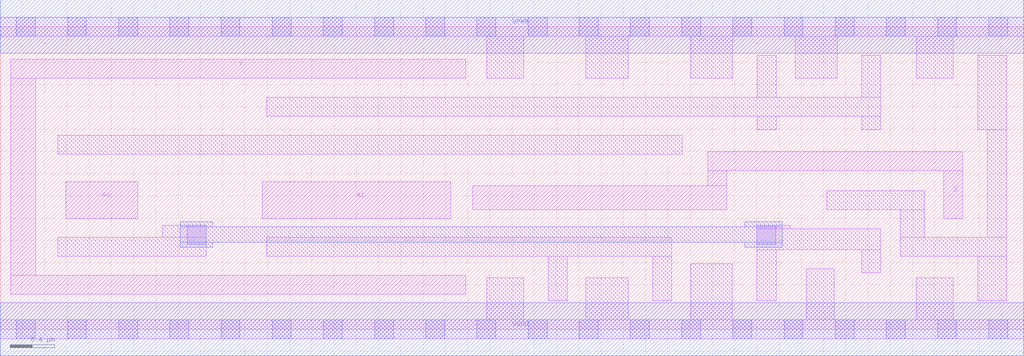
<source format=lef>
# Copyright 2020 The SkyWater PDK Authors
#
# Licensed under the Apache License, Version 2.0 (the "License");
# you may not use this file except in compliance with the License.
# You may obtain a copy of the License at
#
#     https://www.apache.org/licenses/LICENSE-2.0
#
# Unless required by applicable law or agreed to in writing, software
# distributed under the License is distributed on an "AS IS" BASIS,
# WITHOUT WARRANTIES OR CONDITIONS OF ANY KIND, either express or implied.
# See the License for the specific language governing permissions and
# limitations under the License.
#
# SPDX-License-Identifier: Apache-2.0

VERSION 5.7 ;
BUSBITCHARS "[]" ;
DIVIDERCHAR "/" ;
PROPERTYDEFINITIONS
  MACRO maskLayoutSubType STRING ;
  MACRO prCellType STRING ;
  MACRO originalViewName STRING ;
END PROPERTYDEFINITIONS
MACRO sky130_fd_sc_hdll__mux2i_4
  ORIGIN  0.000000  0.000000 ;
  CLASS CORE ;
  SYMMETRY X Y R90 ;
  SIZE  9.200000 BY  2.720000 ;
  SITE unithd ;
  PIN A0
    ANTENNAGATEAREA  1.110000 ;
    DIRECTION INPUT ;
    USE SIGNAL ;
    PORT
      LAYER li1 ;
        RECT 0.590000 0.995000 1.235000 1.325000 ;
    END
  END A0
  PIN A1
    ANTENNAGATEAREA  1.110000 ;
    DIRECTION INPUT ;
    USE SIGNAL ;
    PORT
      LAYER li1 ;
        RECT 2.355000 0.995000 4.050000 1.325000 ;
    END
  END A1
  PIN S
    ANTENNAGATEAREA  1.387500 ;
    DIRECTION INPUT ;
    USE SIGNAL ;
    PORT
      LAYER li1 ;
        RECT 4.245000 1.075000 6.530000 1.290000 ;
        RECT 6.360000 1.290000 6.530000 1.425000 ;
        RECT 6.360000 1.425000 8.650000 1.595000 ;
        RECT 8.480000 0.995000 8.650000 1.425000 ;
    END
  END S
  PIN Y
    ANTENNADIFFAREA  2.339500 ;
    DIRECTION OUTPUT ;
    USE SIGNAL ;
    PORT
      LAYER li1 ;
        RECT 0.095000 0.315000 4.185000 0.485000 ;
        RECT 0.095000 0.485000 0.320000 2.255000 ;
        RECT 0.095000 2.255000 4.185000 2.425000 ;
    END
  END Y
  PIN VGND
    DIRECTION INOUT ;
    USE GROUND ;
    PORT
      LAYER met1 ;
        RECT 0.000000 -0.240000 9.200000 0.240000 ;
    END
  END VGND
  PIN VPWR
    DIRECTION INOUT ;
    USE POWER ;
    PORT
      LAYER met1 ;
        RECT 0.000000 2.480000 9.200000 2.960000 ;
    END
  END VPWR
  OBS
    LAYER li1 ;
      RECT 0.000000 -0.085000 9.200000 0.085000 ;
      RECT 0.000000  2.635000 9.200000 2.805000 ;
      RECT 0.515000  0.655000 1.850000 0.825000 ;
      RECT 0.515000  1.575000 6.130000 1.745000 ;
      RECT 1.455000  0.825000 1.850000 0.935000 ;
      RECT 2.395000  0.655000 6.035000 0.825000 ;
      RECT 2.395000  1.915000 7.915000 2.085000 ;
      RECT 4.375000  0.085000 4.705000 0.465000 ;
      RECT 4.375000  2.255000 4.705000 2.635000 ;
      RECT 4.925000  0.255000 5.095000 0.655000 ;
      RECT 5.265000  0.085000 5.645000 0.465000 ;
      RECT 5.265000  2.255000 5.645000 2.635000 ;
      RECT 5.865000  0.255000 6.035000 0.655000 ;
      RECT 6.205000  0.085000 6.580000 0.590000 ;
      RECT 6.205000  2.255000 6.585000 2.635000 ;
      RECT 6.800000  0.255000 6.975000 0.715000 ;
      RECT 6.800000  0.715000 7.915000 0.905000 ;
      RECT 6.800000  0.905000 7.100000 0.935000 ;
      RECT 6.805000  1.795000 6.975000 1.915000 ;
      RECT 6.805000  2.085000 6.975000 2.465000 ;
      RECT 7.145000  2.255000 7.525000 2.635000 ;
      RECT 7.245000  0.085000 7.495000 0.545000 ;
      RECT 7.430000  1.075000 8.310000 1.245000 ;
      RECT 7.745000  0.510000 7.915000 0.715000 ;
      RECT 7.745000  1.795000 7.915000 1.915000 ;
      RECT 7.745000  2.085000 7.915000 2.465000 ;
      RECT 8.090000  0.655000 9.045000 0.825000 ;
      RECT 8.090000  0.825000 8.310000 1.075000 ;
      RECT 8.235000  0.085000 8.565000 0.465000 ;
      RECT 8.235000  2.255000 8.565000 2.635000 ;
      RECT 8.785000  0.255000 9.045000 0.655000 ;
      RECT 8.785000  1.795000 9.045000 2.465000 ;
      RECT 8.870000  0.825000 9.045000 1.795000 ;
    LAYER mcon ;
      RECT 0.145000 -0.085000 0.315000 0.085000 ;
      RECT 0.145000  2.635000 0.315000 2.805000 ;
      RECT 0.605000 -0.085000 0.775000 0.085000 ;
      RECT 0.605000  2.635000 0.775000 2.805000 ;
      RECT 1.065000 -0.085000 1.235000 0.085000 ;
      RECT 1.065000  2.635000 1.235000 2.805000 ;
      RECT 1.525000 -0.085000 1.695000 0.085000 ;
      RECT 1.525000  2.635000 1.695000 2.805000 ;
      RECT 1.680000  0.765000 1.850000 0.935000 ;
      RECT 1.985000 -0.085000 2.155000 0.085000 ;
      RECT 1.985000  2.635000 2.155000 2.805000 ;
      RECT 2.445000 -0.085000 2.615000 0.085000 ;
      RECT 2.445000  2.635000 2.615000 2.805000 ;
      RECT 2.905000 -0.085000 3.075000 0.085000 ;
      RECT 2.905000  2.635000 3.075000 2.805000 ;
      RECT 3.365000 -0.085000 3.535000 0.085000 ;
      RECT 3.365000  2.635000 3.535000 2.805000 ;
      RECT 3.825000 -0.085000 3.995000 0.085000 ;
      RECT 3.825000  2.635000 3.995000 2.805000 ;
      RECT 4.285000 -0.085000 4.455000 0.085000 ;
      RECT 4.285000  2.635000 4.455000 2.805000 ;
      RECT 4.745000 -0.085000 4.915000 0.085000 ;
      RECT 4.745000  2.635000 4.915000 2.805000 ;
      RECT 5.205000 -0.085000 5.375000 0.085000 ;
      RECT 5.205000  2.635000 5.375000 2.805000 ;
      RECT 5.665000 -0.085000 5.835000 0.085000 ;
      RECT 5.665000  2.635000 5.835000 2.805000 ;
      RECT 6.125000 -0.085000 6.295000 0.085000 ;
      RECT 6.125000  2.635000 6.295000 2.805000 ;
      RECT 6.585000 -0.085000 6.755000 0.085000 ;
      RECT 6.585000  2.635000 6.755000 2.805000 ;
      RECT 6.800000  0.765000 6.970000 0.935000 ;
      RECT 7.045000 -0.085000 7.215000 0.085000 ;
      RECT 7.045000  2.635000 7.215000 2.805000 ;
      RECT 7.505000 -0.085000 7.675000 0.085000 ;
      RECT 7.505000  2.635000 7.675000 2.805000 ;
      RECT 7.965000 -0.085000 8.135000 0.085000 ;
      RECT 7.965000  2.635000 8.135000 2.805000 ;
      RECT 8.425000 -0.085000 8.595000 0.085000 ;
      RECT 8.425000  2.635000 8.595000 2.805000 ;
      RECT 8.885000 -0.085000 9.055000 0.085000 ;
      RECT 8.885000  2.635000 9.055000 2.805000 ;
    LAYER met1 ;
      RECT 1.620000 0.735000 1.910000 0.780000 ;
      RECT 1.620000 0.780000 7.030000 0.920000 ;
      RECT 1.620000 0.920000 1.910000 0.965000 ;
      RECT 6.690000 0.735000 7.030000 0.780000 ;
      RECT 6.690000 0.920000 7.030000 0.965000 ;
  END
  PROPERTY maskLayoutSubType "abstract" ;
  PROPERTY prCellType "standard" ;
  PROPERTY originalViewName "layout" ;
END sky130_fd_sc_hdll__mux2i_4
END LIBRARY

</source>
